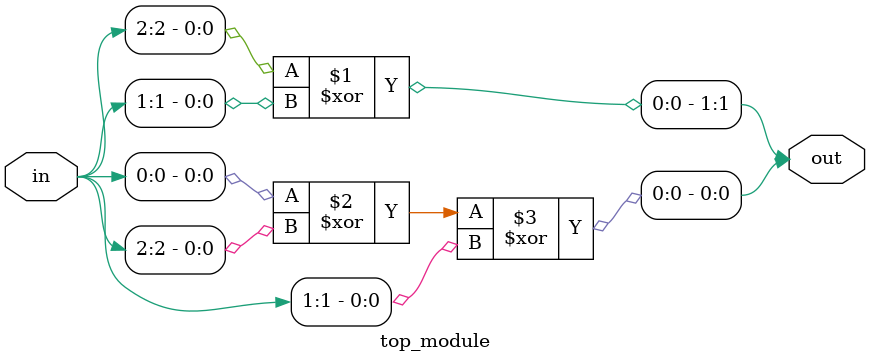
<source format=sv>
module top_module (
	input [2:0] in,
	output [1:0] out
);
	
	assign out[1] = in[2] ^ in[1];
	assign out[0] = in[0] ^ in[2] ^ in[1];
	
endmodule

</source>
